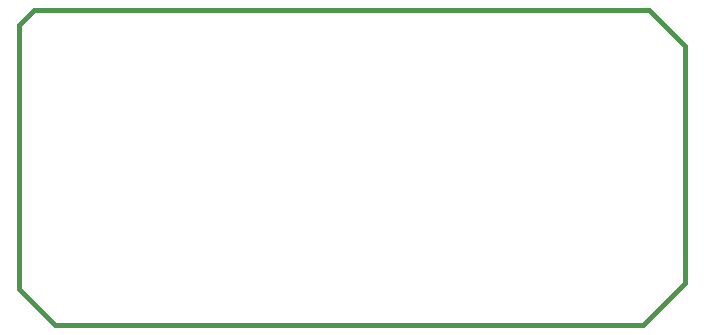
<source format=gko>
G04 (created by PCBNEW-RS274X (2011-05-25)-stable) date Thu 12 Mar 2015 10:15:44 GMT*
G01*
G70*
G90*
%MOIN*%
G04 Gerber Fmt 3.4, Leading zero omitted, Abs format*
%FSLAX34Y34*%
G04 APERTURE LIST*
%ADD10C,0.006000*%
%ADD11C,0.015000*%
G04 APERTURE END LIST*
G54D10*
G54D11*
X45900Y-30300D02*
X66400Y-30300D01*
X45400Y-30800D02*
X45900Y-30300D01*
X67600Y-31500D02*
X66400Y-30300D01*
X46600Y-40800D02*
X66200Y-40800D01*
X45400Y-39600D02*
X45400Y-30800D01*
X46600Y-40800D02*
X45400Y-39600D01*
X67600Y-39400D02*
X66200Y-40800D01*
X67600Y-31500D02*
X67600Y-39400D01*
M02*

</source>
